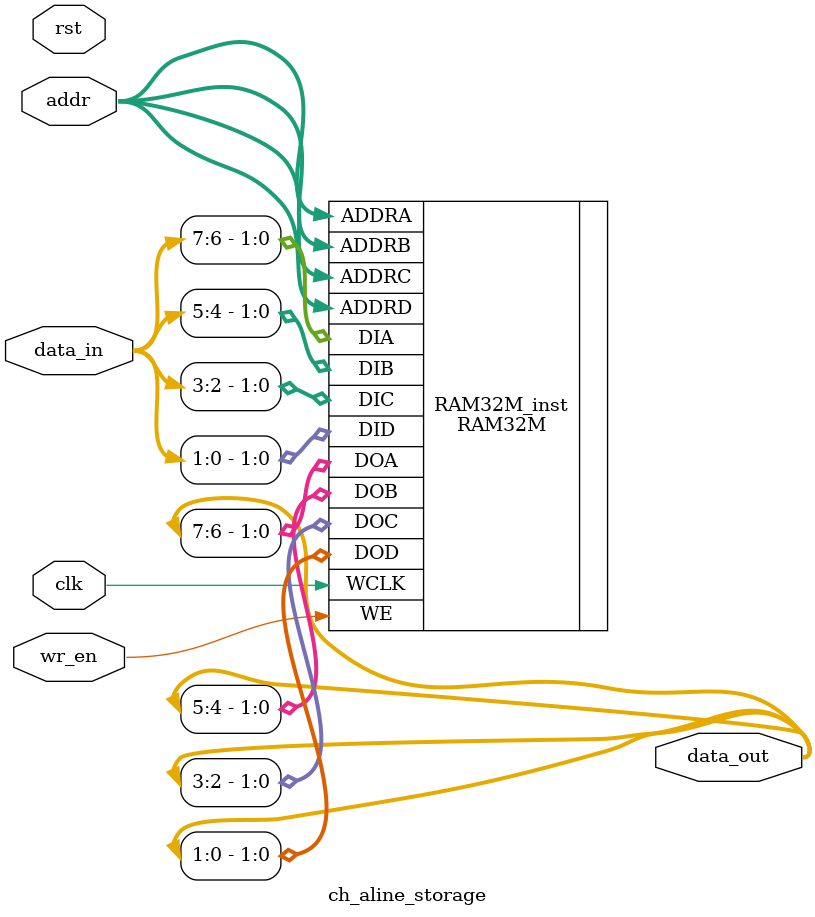
<source format=v>
`timescale 1ns / 1ps
`default_nettype none //helps catch typo-related bugs
module ch_aline_storage(clk, rst, addr, data_in, data_out, wr_en);

	//parameter definitions

	//port definitions - customize for different bit widths
	input wire clk, rst, wr_en;
	input wire [4:0] addr;
	input wire [7:0] data_in;
	
	output wire [7:0] data_out;
	
	
	//assign data_out = {DOA, DOB, DOC, DOD); 

	// RAM32M: 32-deep by 8-wide Multi Port LUT RAM
	// Virtex-5, Virtex-6, Spartan-6
	// Xilinx HDL Libraries Guide, version 11.2
	RAM32M #(
		.INIT_A(64'h0000000000000000), // Initial contents of A Port
		.INIT_B(64'h0000000000000000), // Initial contents of B Port
		.INIT_C(64'h0000000000000000), // Initial contents of C Port
		.INIT_D(64'h0000000000000000) // Initial contents of D Port
	) RAM32M_inst (
		.DOA(data_out[7:6]), // Read port A 2-bit output
		.DOB(data_out[5:4]), // Read port B 2-bit output
		.DOC(data_out[3:2]), // Read port C 2-bit output
		.DOD(data_out[1:0]), // Read/Write port D 2-bit output
		.ADDRA(addr), // Read port A 5-bit address input
		.ADDRB(addr), // Read port B 5-bit address input
		.ADDRC(addr), // Read port C 5-bit address input
		.ADDRD(addr), // Read/Write port D 5-bit address input
		.DIA(data_in[7:6]), // RAM 2-bit data write input addressed by ADDRD,// read addressed by ADDRA
		.DIB(data_in[5:4]), // RAM 2-bit data write input addressed by ADDRD,// read addressed by ADDRB
		.DIC(data_in[3:2]), // RAM 2-bit data write input addressed by ADDRD,	// read addressed by ADDRC
		.DID(data_in[1:0]), // RAM 2-bit data write input addressed by ADDRD, // read addressed by ADDRD
		.WCLK(clk), // Write clock input
		.WE(wr_en) // Write enable input
);
// End of RAM32M_inst instantiation

endmodule
`default_nettype wire //some Xilinx IP requires that the default_nettype be set to wire

</source>
